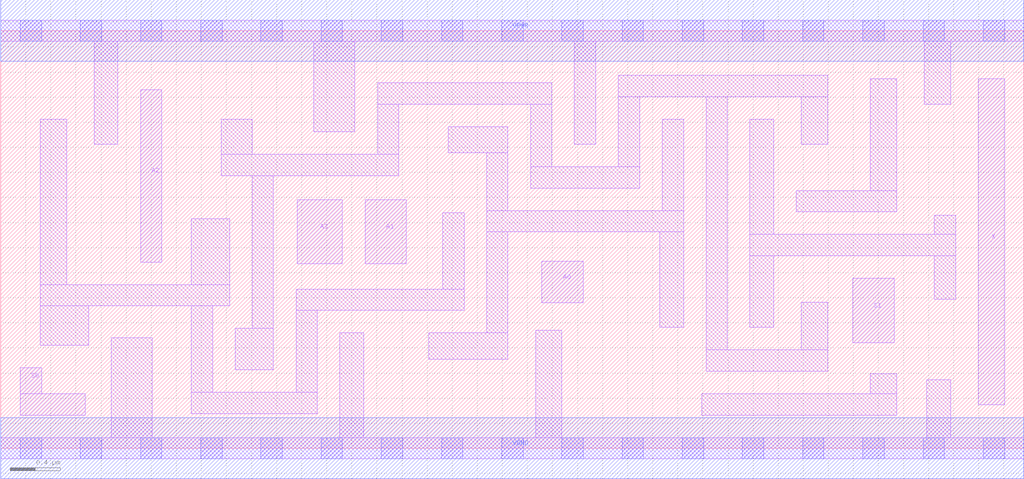
<source format=lef>
# Copyright 2020 The SkyWater PDK Authors
#
# Licensed under the Apache License, Version 2.0 (the "License");
# you may not use this file except in compliance with the License.
# You may obtain a copy of the License at
#
#     https://www.apache.org/licenses/LICENSE-2.0
#
# Unless required by applicable law or agreed to in writing, software
# distributed under the License is distributed on an "AS IS" BASIS,
# WITHOUT WARRANTIES OR CONDITIONS OF ANY KIND, either express or implied.
# See the License for the specific language governing permissions and
# limitations under the License.
#
# SPDX-License-Identifier: Apache-2.0

VERSION 5.7 ;
  NAMESCASESENSITIVE ON ;
  NOWIREEXTENSIONATPIN ON ;
  DIVIDERCHAR "/" ;
  BUSBITCHARS "[]" ;
UNITS
  DATABASE MICRONS 200 ;
END UNITS
MACRO sky130_fd_sc_lp__mux4_m
  CLASS CORE ;
  FOREIGN sky130_fd_sc_lp__mux4_m ;
  ORIGIN  0.000000  0.000000 ;
  SIZE  8.160000 BY  3.330000 ;
  SYMMETRY X Y R90 ;
  SITE unit ;
  PIN A0
    ANTENNAGATEAREA  0.126000 ;
    DIRECTION INPUT ;
    USE SIGNAL ;
    PORT
      LAYER li1 ;
        RECT 4.315000 1.160000 4.645000 1.490000 ;
    END
  END A0
  PIN A1
    ANTENNAGATEAREA  0.126000 ;
    DIRECTION INPUT ;
    USE SIGNAL ;
    PORT
      LAYER li1 ;
        RECT 2.905000 1.470000 3.235000 1.980000 ;
    END
  END A1
  PIN A2
    ANTENNAGATEAREA  0.126000 ;
    DIRECTION INPUT ;
    USE SIGNAL ;
    PORT
      LAYER li1 ;
        RECT 1.115000 1.485000 1.285000 2.860000 ;
    END
  END A2
  PIN A3
    ANTENNAGATEAREA  0.126000 ;
    DIRECTION INPUT ;
    USE SIGNAL ;
    PORT
      LAYER li1 ;
        RECT 2.365000 1.470000 2.725000 1.980000 ;
    END
  END A3
  PIN S0
    ANTENNAGATEAREA  0.378000 ;
    DIRECTION INPUT ;
    USE SIGNAL ;
    PORT
      LAYER li1 ;
        RECT 0.155000 0.265000 0.675000 0.435000 ;
        RECT 0.155000 0.435000 0.325000 0.640000 ;
    END
  END S0
  PIN S1
    ANTENNAGATEAREA  0.252000 ;
    DIRECTION INPUT ;
    USE SIGNAL ;
    PORT
      LAYER li1 ;
        RECT 6.795000 0.840000 7.125000 1.355000 ;
    END
  END S1
  PIN X
    ANTENNADIFFAREA  0.222600 ;
    DIRECTION OUTPUT ;
    USE SIGNAL ;
    PORT
      LAYER li1 ;
        RECT 7.795000 0.345000 8.005000 2.945000 ;
    END
  END X
  PIN VGND
    DIRECTION INOUT ;
    USE GROUND ;
    PORT
      LAYER met1 ;
        RECT 0.000000 -0.245000 8.160000 0.245000 ;
    END
  END VGND
  PIN VPWR
    DIRECTION INOUT ;
    USE POWER ;
    PORT
      LAYER met1 ;
        RECT 0.000000 3.085000 8.160000 3.575000 ;
    END
  END VPWR
  OBS
    LAYER li1 ;
      RECT 0.000000 -0.085000 8.160000 0.085000 ;
      RECT 0.000000  3.245000 8.160000 3.415000 ;
      RECT 0.315000  0.820000 0.700000 1.135000 ;
      RECT 0.315000  1.135000 1.825000 1.305000 ;
      RECT 0.315000  1.305000 0.525000 2.625000 ;
      RECT 0.745000  2.425000 0.935000 3.245000 ;
      RECT 0.880000  0.085000 1.210000 0.880000 ;
      RECT 1.520000  0.275000 2.525000 0.445000 ;
      RECT 1.520000  0.445000 1.690000 1.135000 ;
      RECT 1.520000  1.305000 1.825000 1.830000 ;
      RECT 1.760000  2.175000 3.175000 2.345000 ;
      RECT 1.760000  2.345000 2.005000 2.625000 ;
      RECT 1.870000  0.625000 2.175000 0.955000 ;
      RECT 2.005000  0.955000 2.175000 2.175000 ;
      RECT 2.355000  0.445000 2.525000 1.100000 ;
      RECT 2.355000  1.100000 3.695000 1.270000 ;
      RECT 2.495000  2.525000 2.825000 3.245000 ;
      RECT 2.705000  0.085000 2.895000 0.920000 ;
      RECT 3.005000  2.345000 3.175000 2.745000 ;
      RECT 3.005000  2.745000 4.395000 2.915000 ;
      RECT 3.415000  0.710000 4.045000 0.920000 ;
      RECT 3.525000  1.270000 3.695000 1.880000 ;
      RECT 3.570000  2.355000 4.045000 2.565000 ;
      RECT 3.875000  0.920000 4.045000 1.725000 ;
      RECT 3.875000  1.725000 5.445000 1.895000 ;
      RECT 3.875000  1.895000 4.045000 2.355000 ;
      RECT 4.225000  2.075000 5.095000 2.245000 ;
      RECT 4.225000  2.245000 4.395000 2.745000 ;
      RECT 4.265000  0.085000 4.475000 0.940000 ;
      RECT 4.575000  2.425000 4.745000 3.245000 ;
      RECT 4.925000  2.245000 5.095000 2.805000 ;
      RECT 4.925000  2.805000 6.595000 2.975000 ;
      RECT 5.255000  0.965000 5.445000 1.725000 ;
      RECT 5.275000  1.895000 5.445000 2.625000 ;
      RECT 5.590000  0.265000 7.145000 0.435000 ;
      RECT 5.625000  0.615000 6.595000 0.785000 ;
      RECT 5.625000  0.785000 5.795000 2.805000 ;
      RECT 5.975000  0.965000 6.165000 1.535000 ;
      RECT 5.975000  1.535000 7.615000 1.705000 ;
      RECT 5.975000  1.705000 6.165000 2.625000 ;
      RECT 6.345000  1.885000 7.145000 2.055000 ;
      RECT 6.385000  0.785000 6.595000 1.165000 ;
      RECT 6.385000  2.425000 6.595000 2.805000 ;
      RECT 6.935000  0.435000 7.145000 0.595000 ;
      RECT 6.935000  2.055000 7.145000 2.945000 ;
      RECT 7.365000  2.745000 7.575000 3.245000 ;
      RECT 7.385000  0.085000 7.575000 0.545000 ;
      RECT 7.445000  1.190000 7.615000 1.535000 ;
      RECT 7.445000  1.705000 7.615000 1.860000 ;
    LAYER mcon ;
      RECT 0.155000 -0.085000 0.325000 0.085000 ;
      RECT 0.155000  3.245000 0.325000 3.415000 ;
      RECT 0.635000 -0.085000 0.805000 0.085000 ;
      RECT 0.635000  3.245000 0.805000 3.415000 ;
      RECT 1.115000 -0.085000 1.285000 0.085000 ;
      RECT 1.115000  3.245000 1.285000 3.415000 ;
      RECT 1.595000 -0.085000 1.765000 0.085000 ;
      RECT 1.595000  3.245000 1.765000 3.415000 ;
      RECT 2.075000 -0.085000 2.245000 0.085000 ;
      RECT 2.075000  3.245000 2.245000 3.415000 ;
      RECT 2.555000 -0.085000 2.725000 0.085000 ;
      RECT 2.555000  3.245000 2.725000 3.415000 ;
      RECT 3.035000 -0.085000 3.205000 0.085000 ;
      RECT 3.035000  3.245000 3.205000 3.415000 ;
      RECT 3.515000 -0.085000 3.685000 0.085000 ;
      RECT 3.515000  3.245000 3.685000 3.415000 ;
      RECT 3.995000 -0.085000 4.165000 0.085000 ;
      RECT 3.995000  3.245000 4.165000 3.415000 ;
      RECT 4.475000 -0.085000 4.645000 0.085000 ;
      RECT 4.475000  3.245000 4.645000 3.415000 ;
      RECT 4.955000 -0.085000 5.125000 0.085000 ;
      RECT 4.955000  3.245000 5.125000 3.415000 ;
      RECT 5.435000 -0.085000 5.605000 0.085000 ;
      RECT 5.435000  3.245000 5.605000 3.415000 ;
      RECT 5.915000 -0.085000 6.085000 0.085000 ;
      RECT 5.915000  3.245000 6.085000 3.415000 ;
      RECT 6.395000 -0.085000 6.565000 0.085000 ;
      RECT 6.395000  3.245000 6.565000 3.415000 ;
      RECT 6.875000 -0.085000 7.045000 0.085000 ;
      RECT 6.875000  3.245000 7.045000 3.415000 ;
      RECT 7.355000 -0.085000 7.525000 0.085000 ;
      RECT 7.355000  3.245000 7.525000 3.415000 ;
      RECT 7.835000 -0.085000 8.005000 0.085000 ;
      RECT 7.835000  3.245000 8.005000 3.415000 ;
  END
END sky130_fd_sc_lp__mux4_m
END LIBRARY

</source>
